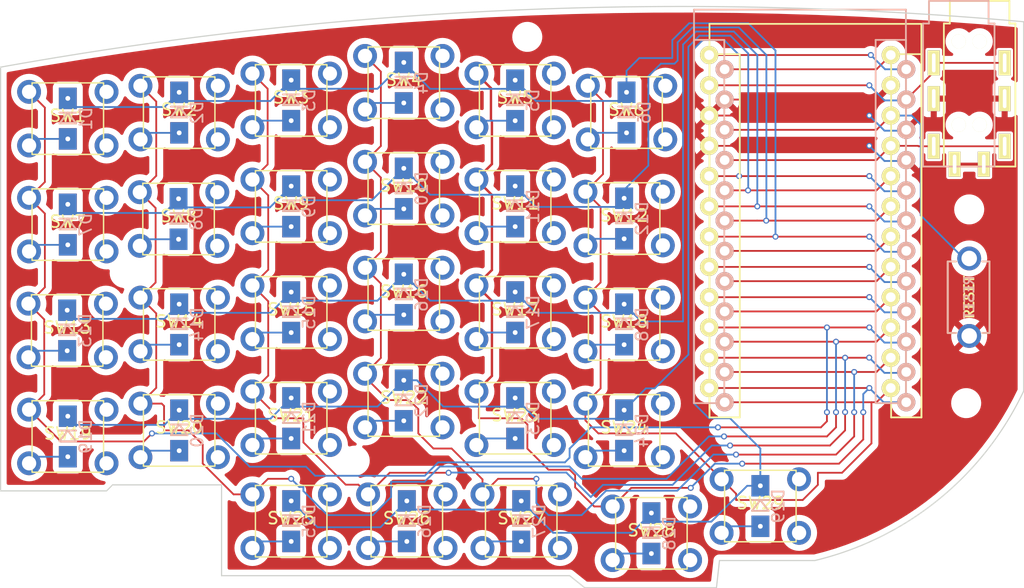
<source format=kicad_pcb>
(kicad_pcb (version 20211014) (generator pcbnew)
  (title_block (title "PocketSplit") (rev "1.0"))
  (layers (0 "F.Cu" signal) (31 "B.Cu" signal) (34 "B.Paste" user) (35 "F.Paste" user) (36 "B.SilkS" user "B.Silkscreen") (37 "F.SilkS" user "F.Silkscreen") (38 "B.Mask" user) (39 "F.Mask" user) (44 "Edge.Cuts" user))
  (net 0 "")
  (net 1 "Net-(D1-Pad2)")
  (net 2 "Net-(D7-Pad2)")
  (net 3 "Net-(D13-Pad2)")
  (net 4 "Net-(D14-Pad2)")
  (net 5 "Net-(D15-Pad2)")
  (net 6 "Net-(D16-Pad2)")
  (net 7 "Net-(D17-Pad2)")
  (net 8 "Net-(D19-Pad2)")
  (net 9 "Net-(D20-Pad2)")
  (net 10 "Net-(D21-Pad2)")
  (net 11 "Net-(D22-Pad2)")
  (net 12 "Net-(D23-Pad2)")
  (net 13 "Net-(D24-Pad2)")
  (net 14 "Net-(D25-Pad2)")
  (net 15 "RST")
  (net 16 "GND")
  (net 17 "5v")
  (net 18 "ROW-L-1")
  (net 19 "ROW-L-2")
  (net 20 "ROW-L-3")
  (net 21 "ROW-L-4")
  (net 22 "ROW-L-5")
  (net 23 "Net-(D2-Pad2)")
  (net 24 "Net-(D3-Pad2)")
  (net 25 "Net-(D4-Pad2)")
  (net 26 "Net-(D5-Pad2)")
  (net 27 "Net-(D6-Pad2)")
  (net 28 "Net-(D8-Pad2)")
  (net 29 "Net-(D9-Pad2)")
  (net 30 "Net-(D10-Pad2)")
  (net 31 "Net-(D11-Pad2)")
  (net 32 "Net-(D12-Pad2)")
  (net 33 "Net-(D18-Pad2)")
  (net 34 "Net-(D26-Pad2)")
  (net 35 "Net-(D27-Pad2)")
  (net 36 "Net-(D28-Pad2)")
  (net 37 "Net-(D29-Pad2)")
  (net 38 "COL-L-1")
  (net 39 "COL-L-2")
  (net 40 "COL-L-3")
  (net 41 "COL-L-4")
  (net 42 "COL-L-5")
  (net 43 "COL-L-6")
  (net 44 "unconnected-(MCU1-Pad24)")
  (net 45 "unconnected-(MCU1-Pad18)")
  (net 46 "unconnected-(MCU1-Pad17)")
  (net 47 "unconnected-(MCU1-Pad16)")
  (net 48 "unconnected-(MCU1-Pad9)")
  (net 49 "unconnected-(MCU1-Pad8)")
  (net 50 "unconnected-(MCU1-Pad1)")
  (net 109 "DATA")
  (net 110 "unconnected-(J1-Pad4)")
  (footprint "Keebio:Switch_THT_6x6x8.5" (layer "F.Cu") (at 78.74 85.594)
    (fp_text reference "SW28")
    (fp_text value "SW_THT_6x6" hide)
  )
  (footprint "Keebio:Switch_THT_6x6x8.5" (layer "F.Cu") (at 48.514 49.268)
    (fp_text reference "SW3")
    (fp_text value "SW_THT_6x6" hide)
  )
  (footprint "MountingHole:MountingHole_2.2mm_M2" (layer "F.Cu") (at 68.326 43.688)
    (fp_text reference "H1" hide)
    (fp_text value "MountingHole" hide)
  )
  (footprint "Keebio:Switch_THT_6x6x8.5" (layer "F.Cu") (at 57.964 56.67)
    (fp_text reference "SW10")
    (fp_text value "SW_THT_6x6" hide)
  )
  (footprint "Keebio:Switch_THT_6x6x8.5" (layer "F.Cu") (at 48.514 75.938)
    (fp_text reference "SW21")
    (fp_text value "SW_THT_6x6" hide)
  )
  (footprint "MountingHole:MountingHole_2.2mm_M2" (layer "F.Cu") (at 34.544 63.5)
    (fp_text reference "H2" hide)
    (fp_text value "MountingHole" hide)
  )
  (footprint "Keebio:Switch_THT_6x6x8.5" (layer "F.Cu") (at 76.454 59.182)
    (fp_text reference "SW12")
    (fp_text value "SW_THT_6x6" hide)
  )
  (footprint "Keebio:Switch_THT_6x6x8.5" (layer "F.Cu") (at 67.31 67.048)
    (fp_text reference "SW17")
    (fp_text value "SW_THT_6x6" hide)
  )
  (footprint "Keebio:Switch_THT_6x6x8.5" (layer "F.Cu") (at 67.31 58.158)
    (fp_text reference "SW11")
    (fp_text value "SW_THT_6x6" hide)
  )
  (footprint "Keebio:Switch_THT_6x6x8.5" (layer "F.Cu") (at 29.718 68.576)
    (fp_text reference "SW13")
    (fp_text value "SW_THT_6x6" hide)
  )
  (footprint "Keebio:Switch_THT_6x6x8.5" (layer "F.Cu") (at 29.77 59.69)
    (fp_text reference "SW7")
    (fp_text value "SW_THT_6x6" hide)
  )
  (footprint "Keebio:Switch_THT_6x6x8.5" (layer "F.Cu") (at 76.454 76.958)
    (fp_text reference "SW24")
    (fp_text value "SW_THT_6x6" hide)
  )
  (footprint "Keebio:Switch_THT_6x6x8.5" (layer "F.Cu") (at 67.818 84.578)
    (fp_text reference "SW27")
    (fp_text value "SW_THT_6x6" hide)
  )
  (footprint "Keebio:Switch_THT_6x6x8.5" (layer "F.Cu") (at 58.218 84.578)
    (fp_text reference "SW26")
    (fp_text value "SW_THT_6x6" hide)
  )
  (footprint "Keebio:Switch_THT_6x6x8.5" (layer "F.Cu") (at 76.656 50.288)
    (fp_text reference "SW6")
    (fp_text value "SW_THT_6x6" hide)
  )
  (footprint "Keebio:Switch_THT_6x6x8.5" (layer "F.Cu") (at 39.116 68.068)
    (fp_text reference "SW14")
    (fp_text value "SW_THT_6x6" hide)
  )
  (footprint "Keebio:Switch_THT_6x6x8.5" (layer "F.Cu") (at 57.964 65.56)
    (fp_text reference "SW16")
    (fp_text value "SW_THT_6x6" hide)
  )
  (footprint "MountingHole:MountingHole_2.2mm_M2" (layer "F.Cu") (at 105.41 58.166)
    (fp_text reference "H5" hide)
    (fp_text value "MountingHole" hide)
  )
  (footprint "Keebio:Switch_THT_6x6x8.5" (layer "F.Cu") (at 57.964 47.784)
    (fp_text reference "SW4")
    (fp_text value "SW_THT_6x6" hide)
  )
  (footprint "l58:ProMicro_rev2" (layer "F.Cu") (at 92.40872 59.982)
    (fp_text reference "MCU1" hide)
    (fp_text value "ProMicro" hide)
  )
  (footprint "MountingHole:MountingHole_2.2mm_M2" (layer "F.Cu") (at 105.156 74.422)
    (fp_text reference "H4" hide)
    (fp_text value "MountingHole" hide)
  )
  (footprint "MountingHole:MountingHole_2.2mm_M2" (layer "F.Cu") (at 53.848 79.248)
    (fp_text reference "H3" hide)
    (fp_text value "MountingHole" hide)
  )
  (footprint "Keebio:Switch_THT_6x6x8.5" (layer "F.Cu") (at 48.514 58.162)
    (fp_text reference "SW9")
    (fp_text value "SW_THT_6x6" hide)
  )
  (footprint "Keebio:Switch_THT_6x6x8.5" (layer "F.Cu") (at 48.514 84.578)
    (fp_text reference "SW25")
    (fp_text value "SW_THT_6x6" hide)
  )
  (footprint "Keebio:Switch_THT_6x6x8.5" (layer "F.Cu") (at 87.884 83.308)
    (fp_text reference "SW29")
    (fp_text value "SW_THT_6x6" hide)
  )
  (footprint "Keebio:Switch_THT_6x6x8.5" (layer "F.Cu") (at 39.116 50.292)
    (fp_text reference "SW2")
    (fp_text value "SW_THT_6x6" hide)
  )
  (footprint "Keebio:Switch_THT_6x6x8.5" (layer "F.Cu") (at 39.116 76.962)
    (fp_text reference "SW20")
    (fp_text value "SW_THT_6x6" hide)
  )
  (footprint "Keebio:Switch_THT_6x6x8.5" (layer "F.Cu") (at 67.31 49.272)
    (fp_text reference "SW5")
    (fp_text value "SW_THT_6x6" hide)
  )
  (footprint "Keebio:Switch_THT_6x6x8.5" (layer "F.Cu") (at 29.77 77.47)
    (fp_text reference "SW19")
    (fp_text value "SW_THT_6x6" hide)
  )
  (footprint "Keebio:Switch_THT_6x6x8.5" (layer "F.Cu") (at 29.77 50.8)
    (fp_text reference "SW1")
    (fp_text value "SW_THT_6x6" hide)
  )
  (footprint "Keebio:Switch_THT_6x6x8.5" (layer "F.Cu") (at 67.31 75.938)
    (fp_text reference "SW23")
    (fp_text value "SW_THT_6x6" hide)
  )
  (footprint "Keebio:Switch_THT_6x6x8.5" (layer "F.Cu") (at 76.454 68.068)
    (fp_text reference "SW18")
    (fp_text value "SW_THT_6x6" hide)
  )
  (footprint "l58:MJ-4PP-9" (layer "F.Cu") (at 106.285 42.5685)
    (fp_text reference "J1" hide)
    (fp_text value "4PIN" hide)
  )
  (footprint "Keebio:Switch_THT_6x6x8.5" (layer "F.Cu") (at 57.964 74.454)
    (fp_text reference "SW22")
    (fp_text value "SW_THT_6x6" hide)
  )
  (footprint "l58:TACT_SWITCH_TVBP06" (layer "F.Cu") (at 105.41 65.532 90)
    (fp_text reference "RST1" hide)
    (fp_text value "SW_Push" hide)
  )
  (footprint "Keebio:Switch_THT_6x6x8.5" (layer "F.Cu") (at 48.514 67.052)
    (fp_text reference "SW15")
    (fp_text value "SW_THT_6x6" hide)
  )
  (footprint "Keebio:Switch_THT_6x6x8.5" (layer "F.Cu") (at 39.064 59.222)
    (fp_text reference "SW8")
    (fp_text value "SW_THT_6x6" hide)
  )
  (footprint "l58:Diode_TH_SOD123_Edited" (layer "B.Cu") (at 87.884 83.058 -90)
    (fp_text reference "D29")
    (fp_text value "D" hide)
  )
  (footprint "l58:Diode_TH_SOD123_Edited" (layer "B.Cu") (at 76.656 50.038 -90)
    (fp_text reference "D6")
    (fp_text value "D" hide)
  )
  (footprint "l58:Diode_TH_SOD123_Edited" (layer "B.Cu") (at 76.454 58.932 -90)
    (fp_text reference "D12")
    (fp_text value "D" hide)
  )
  (footprint "l58:Diode_TH_SOD123_Edited" (layer "B.Cu") (at 48.514 66.802 -90)
    (fp_text reference "D15")
    (fp_text value "D" hide)
  )
  (footprint "l58:Diode_TH_SOD123_Edited" (layer "B.Cu") (at 78.74 85.344 -90)
    (fp_text reference "D28")
    (fp_text value "D" hide)
  )
  (footprint "l58:Diode_TH_SOD123_Edited" (layer "B.Cu") (at 29.77 59.44 -90)
    (fp_text reference "D7")
    (fp_text value "D" hide)
  )
  (footprint "l58:Diode_TH_SOD123_Edited" (layer "B.Cu") (at 76.454 67.818 -90)
    (fp_text reference "D18")
    (fp_text value "D" hide)
  )
  (footprint "l58:Diode_TH_SOD123_Edited" (layer "B.Cu") (at 57.964 56.42 -90)
    (fp_text reference "D10")
    (fp_text value "D" hide)
  )
  (footprint "l58:Diode_TH_SOD123_Edited" (layer "B.Cu") (at 39.116 50.042 -90)
    (fp_text reference "D2")
    (fp_text value "D" hide)
  )
  (footprint "l58:Diode_TH_SOD123_Edited" (layer "B.Cu") (at 48.514 49.018 -90)
    (fp_text reference "D3")
    (fp_text value "D" hide)
  )
  (footprint "l58:Diode_TH_SOD123_Edited" (layer "B.Cu") (at 29.77 77.22 -90)
    (fp_text reference "D19")
    (fp_text value "D" hide)
  )
  (footprint "l58:Diode_TH_SOD123_Edited" (layer "B.Cu") (at 58.218 84.328 -90)
    (fp_text reference "D26")
    (fp_text value "D" hide)
  )
  (footprint "l58:Diode_TH_SOD123_Edited" (layer "B.Cu") (at 67.818 84.328 -90)
    (fp_text reference "D27")
    (fp_text value "D" hide)
  )
  (footprint "l58:Diode_TH_SOD123_Edited" (layer "B.Cu") (at 57.964 74.204 -90)
    (fp_text reference "D22")
    (fp_text value "D" hide)
  )
  (footprint "l58:Diode_TH_SOD123_Edited" (layer "B.Cu") (at 48.514 57.912 -90)
    (fp_text reference "D9")
    (fp_text value "D" hide)
  )
  (footprint "l58:Diode_TH_SOD123_Edited" (layer "B.Cu") (at 29.718 68.326 -90)
    (fp_text reference "D13")
    (fp_text value "D" hide)
  )
  (footprint "l58:Diode_TH_SOD123_Edited" (layer "B.Cu") (at 76.454 76.708 -90)
    (fp_text reference "D24")
    (fp_text value "D" hide)
  )
  (footprint "l58:Diode_TH_SOD123_Edited" (layer "B.Cu") (at 57.964 65.31 -90)
    (fp_text reference "D16")
    (fp_text value "D" hide)
  )
  (footprint "l58:Diode_TH_SOD123_Edited" (layer "B.Cu") (at 48.514 75.688 -90)
    (fp_text reference "D21")
    (fp_text value "D" hide)
  )
  (footprint "l58:Diode_TH_SOD123_Edited" (layer "B.Cu") (at 67.31 75.688 -90)
    (fp_text reference "D23")
    (fp_text value "D" hide)
  )
  (footprint "l58:Diode_TH_SOD123_Edited" (layer "B.Cu") (at 67.31 66.798 -90)
    (fp_text reference "D17")
    (fp_text value "D" hide)
  )
  (footprint "l58:Diode_TH_SOD123_Edited" (layer "B.Cu") (at 67.31 57.908 -90)
    (fp_text reference "D11")
    (fp_text value "D" hide)
  )
  (footprint "l58:Diode_TH_SOD123_Edited" (layer "B.Cu") (at 39.116 76.712 -90)
    (fp_text reference "D20")
    (fp_text value "D" hide)
  )
  (footprint "l58:Diode_TH_SOD123_Edited" (layer "B.Cu") (at 39.064 58.972 -90)
    (fp_text reference "D8")
    (fp_text value "D" hide)
  )
  (footprint "l58:Diode_TH_SOD123_Edited" (layer "B.Cu") (at 67.31 49.022 -90)
    (fp_text reference "D5")
    (fp_text value "D" hide)
  )
  (footprint "l58:Diode_TH_SOD123_Edited" (layer "B.Cu") (at 29.77 50.55 -90)
    (fp_text reference "D1")
    (fp_text value "D" hide)
  )
  (footprint "l58:Diode_TH_SOD123_Edited" (layer "B.Cu") (at 57.964 47.534 -90)
    (fp_text reference "D4")
    (fp_text value "D" hide)
  )
  (footprint "l58:Diode_TH_SOD123_Edited" (layer "B.Cu") (at 39.116 67.818 -90)
    (fp_text reference "D14")
    (fp_text value "D" hide)
  )
  (footprint "l58:Diode_TH_SOD123_Edited" (layer "B.Cu") (at 48.514 84.328 -90)
    (fp_text reference "D25")
    (fp_text value "D" hide)
  )
  (gr_line (start 84.455 87.63) (end 92.456 87.63) (layer "Edge.Cuts") (width 0.1))
  (gr_line (start 71.882 88.9) (end 73.152 89.916) (layer "Edge.Cuts") (width 0.1))
  (gr_line (start 73.152 89.916) (end 84.201 89.916) (layer "Edge.Cuts") (width 0.1))
  (gr_line (start 42.672 88.9) (end 71.882 88.9) (layer "Edge.Cuts") (width 0.1))
  (gr_line (start 33.528 81.28) (end 33.02 81.788) (layer "Edge.Cuts") (width 0.1))
  (gr_line (start 42.672 81.28) (end 33.528 81.28) (layer "Edge.Cuts") (width 0.1))
  (gr_line (start 84.201 89.916) (end 84.455 87.63) (layer "Edge.Cuts") (width 0.1))
  (gr_line (start 109.982 42.418) (end 109.982 73.406) (layer "Edge.Cuts") (width 0.1))
  (gr_line (start 24.13 81.788) (end 24.13 46.228) (layer "Edge.Cuts") (width 0.1))
  (gr_arc (start 24.13 46.228) (mid 66.928713 41.454796) (end 109.982 42.418) (layer "Edge.Cuts") (width 0.1))
  (gr_line (start 42.672 81.28) (end 42.672 88.9) (layer "Edge.Cuts") (width 0.1))
  (gr_arc (start 109.982 73.406) (mid 102.836849 82.511421) (end 92.456 87.63) (layer "Edge.Cuts") (width 0.1))
  (gr_line (start 33.02 81.788) (end 24.13 81.788) (layer "Edge.Cuts") (width 0.1))
  (segment (start 29.77 52.25) (end 27.07 52.25) (width 0.15) (layer "B.Cu") (net 1))
  (segment (start 27.07 52.25) (end 26.52 52.8) (width 0.15) (layer "B.Cu") (net 1))
  (segment (start 29.77 61.14) (end 27.07 61.14) (width 0.15) (layer "B.Cu") (net 2))
  (segment (start 27.07 61.14) (end 26.52 61.69) (width 0.15) (layer "B.Cu") (net 2))
  (segment (start 27.018 70.026) (end 26.468 70.576) (width 0.15) (layer "B.Cu") (net 3))
  (segment (start 29.718 70.026) (end 27.018 70.026) (width 0.15) (layer "B.Cu") (net 3))
  (segment (start 36.416 69.518) (end 35.866 70.068) (width 0.15) (layer "B.Cu") (net 4))
  (segment (start 39.116 69.518) (end 36.416 69.518) (width 0.15) (layer "B.Cu") (net 4))
  (segment (start 48.514 68.502) (end 45.814 68.502) (width 0.15) (layer "B.Cu") (net 5))
  (segment (start 45.814 68.502) (end 45.264 69.052) (width 0.15) (layer "B.Cu") (net 5))
  (segment (start 55.264 67.01) (end 54.714 67.56) (width 0.15) (layer "B.Cu") (net 6))
  (segment (start 57.964 67.01) (end 55.264 67.01) (width 0.15) (layer "B.Cu") (net 6))
  (segment (start 67.31 68.498) (end 64.61 68.498) (width 0.15) (layer "B.Cu") (net 7))
  (segment (start 64.61 68.498) (end 64.06 69.048) (width 0.15) (layer "B.Cu") (net 7))
  (segment (start 29.77 78.92) (end 27.07 78.92) (width 0.15) (layer "B.Cu") (net 8))
  (segment (start 27.07 78.92) (end 26.52 79.47) (width 0.15) (layer "B.Cu") (net 8))
  (segment (start 36.416 78.412) (end 35.866 78.962) (width 0.15) (layer "B.Cu") (net 9))
  (segment (start 39.116 78.412) (end 36.416 78.412) (width 0.15) (layer "B.Cu") (net 9))
  (segment (start 48.514 77.388) (end 45.814 77.388) (width 0.15) (layer "B.Cu") (net 10))
  (segment (start 45.814 77.388) (end 45.264 77.938) (width 0.15) (layer "B.Cu") (net 10))
  (segment (start 57.964 75.904) (end 55.264 75.904) (width 0.15) (layer "B.Cu") (net 11))
  (segment (start 55.264 75.904) (end 54.714 76.454) (width 0.15) (layer "B.Cu") (net 11))
  (segment (start 67.31 77.388) (end 64.61 77.388) (width 0.15) (layer "B.Cu") (net 12))
  (segment (start 64.61 77.388) (end 64.06 77.938) (width 0.15) (layer "B.Cu") (net 12))
  (segment (start 76.454 78.408) (end 73.754 78.408) (width 0.15) (layer "B.Cu") (net 13))
  (segment (start 73.754 78.408) (end 73.204 78.958) (width 0.15) (layer "B.Cu") (net 13))
  (segment (start 45.814 86.028) (end 45.264 86.578) (width 0.15) (layer "B.Cu") (net 14))
  (segment (start 48.514 86.028) (end 45.814 86.028) (width 0.15) (layer "B.Cu") (net 14))
  (segment (start 97.632975 51.487745) (end 98.82872 50.292) (width 0.15) (layer "F.Cu") (net 15))
  (segment (start 84.887535 51.487745) (end 97.632975 51.487745) (width 0.15) (layer "F.Cu") (net 15))
  (segment (start 100.584 50.292) (end 101.346 51.054) (width 0.15) (layer "B.Cu") (net 15))
  (segment (start 98.82872 50.292) (end 100.584 50.292) (width 0.15) (layer "B.Cu") (net 15))
  (segment (start 101.346 58.674) (end 104.954 62.282) (width 0.15) (layer "B.Cu") (net 15))
  (segment (start 104.954 62.282) (end 105.41 62.282) (width 0.15) (layer "B.Cu") (net 15))
  (segment (start 101.346 51.054) (end 101.346 58.674) (width 0.15) (layer "B.Cu") (net 15))
  (segment (start 97.020208 52.832) (end 83.58872 52.832) (width 0.15) (layer "F.Cu") (net 16))
  (segment (start 97.027999 50.2893) (end 97.025299 50.292) (width 0.15) (layer "F.Cu") (net 16))
  (segment (start 84.887535 48.947745) (end 97.632975 48.947745) (width 0.15) (layer "F.Cu") (net 16))
  (segment (start 97.025319 52.826889) (end 97.020208 52.832) (width 0.15) (layer "F.Cu") (net 16))
  (segment (start 97.632975 48.947745) (end 98.82872 47.752) (width 0.15) (layer "F.Cu") (net 16))
  (segment (start 97.025299 50.292) (end 83.58872 50.292) (width 0.15) (layer "F.Cu") (net 16))
  (via (at 97.027999 50.2893) (size 0.5) (drill 0.3) (layers "F.Cu" "B.Cu") (net 16))
  (via (at 97.025319 52.826889) (size 0.5) (drill 0.3) (layers "F.Cu" "B.Cu") (net 16))
  (segment (start 100.07479 51.562) (end 98.300699 51.562) (width 0.15) (layer "B.Cu") (net 16))
  (segment (start 98.30043 54.102) (end 97.025319 52.826889) (width 0.15) (layer "B.Cu") (net 16))
  (segment (start 98.300699 51.562) (end 97.027999 50.2893) (width 0.15) (layer "B.Cu") (net 16))
  (segment (start 100.07479 54.102) (end 98.30043 54.102) (width 0.15) (layer "B.Cu") (net 16))
  (segment (start 101.1285 52.832) (end 98.82872 52.832) (width 0.15) (layer "F.Cu") (net 17))
  (segment (start 101.165 52.8685) (end 108.385 52.8685) (width 0.15) (layer "F.Cu") (net 17))
  (segment (start 84.887535 54.027745) (end 97.632975 54.027745) (width 0.15) (layer "F.Cu") (net 17))
  (segment (start 97.632975 54.027745) (end 98.82872 52.832) (width 0.15) (layer "F.Cu") (net 17))
  (segment (start 101.1285 52.832) (end 101.165 52.8685) (width 0.15) (layer "F.Cu") (net 17))
  (segment (start 83.58872 60.452) (end 97.028 60.452) (width 0.15) (layer "F.Cu") (net 18))
  (via (at 97.028 60.452) (size 0.5) (drill 0.3) (layers "F.Cu" "B.Cu") (net 18))
  (via (at 89.154 60.452) (size 0.5) (drill 0.3) (layers "F.Cu" "B.Cu") (net 18))
  (segment (start 81.912416 42.542) (end 86.866396 42.542) (width 0.15) (layer "B.Cu") (net 18))
  (segment (start 48.514 47.318) (end 46.765 49.067) (width 0.15) (layer "B.Cu") (net 18))
  (segment (start 100.07479 61.722) (end 98.298 61.722) (width 0.15) (layer "B.Cu") (net 18))
  (segment (start 89.154717 45.212) (end 89.154717 60.451283) (width 0.15) (layer "B.Cu") (net 18))
  (segment (start 75.931 49.063) (end 69.051 49.063) (width 0.15) (layer "B.Cu") (net 18))
  (segment (start 66.585 48.047) (end 60.177 48.047) (width 0.15) (layer "B.Cu") (net 18))
  (segment (start 55.755 48.043) (end 49.239 48.043) (width 0.15) (layer "B.Cu") (net 18))
  (segment (start 60.177 48.047) (end 57.964 45.834) (width 0.15) (layer "B.Cu") (net 18))
  (segment (start 69.051 49.063) (end 67.31 47.322) (width 0.15) (layer "B.Cu") (net 18))
  (segment (start 80.496 45.466) (end 80.496 43.958416) (width 0.15) (layer "B.Cu") (net 18))
  (segment (start 49.239 48.043) (end 48.514 47.318) (width 0.15) (layer "B.Cu") (net 18))
  (segment (start 46.765 49.067) (end 39.841 49.067) (width 0.15) (layer "B.Cu") (net 18))
  (segment (start 30.495 49.575) (end 29.77 48.85) (width 0.15) (layer "B.Cu") (net 18))
  (segment (start 67.31 47.322) (end 66.585 48.047) (width 0.15) (layer "B.Cu") (net 18))
  (segment (start 39.116 48.342) (end 37.883 49.575) (width 0.15) (layer "B.Cu") (net 18))
  (segment (start 86.866396 42.542) (end 89.154 44.829604) (width 0.15) (layer "B.Cu") (net 18))
  (segment (start 76.656 48.338) (end 75.931 49.063) (width 0.15) (layer "B.Cu") (net 18))
  (segment (start 89.154 44.829604) (end 89.154 45.212) (width 0.15) (layer "B.Cu") (net 18))
  (segment (start 76.656 46.534) (end 77.724 45.466) (width 0.15) (layer "B.Cu") (net 18))
  (segment (start 77.724 45.466) (end 80.474 45.466) (width 0.15) (layer "B.Cu") (net 18))
  (segment (start 98.298 61.722) (end 97.028 60.452) (width 0.15) (layer "B.Cu") (net 18))
  (segment (start 76.656 48.338) (end 76.656 46.534) (width 0.15) (layer "B.Cu") (net 18))
  (segment (start 37.883 49.575) (end 30.495 49.575) (width 0.15) (layer "B.Cu") (net 18))
  (segment (start 57.964 45.834) (end 55.755 48.043) (width 0.15) (layer "B.Cu") (net 18))
  (segment (start 39.841 49.067) (end 39.116 48.342) (width 0.15) (layer "B.Cu") (net 18))
  (segment (start 80.496 43.958416) (end 81.912416 42.542) (width 0.15) (layer "B.Cu") (net 18))
  (segment (start 97.632975 59.107745) (end 98.82872 57.912) (width 0.15) (layer "F.Cu") (net 19))
  (segment (start 87.6135 59.107745) (end 97.632975 59.107745) (width 0.15) (layer "F.Cu") (net 19))
  (segment (start 87.6135 59.107745) (end 84.887535 59.107745) (width 0.15) (layer "F.Cu") (net 19))
  (via (at 88.376217 59.107745) (size 0.5) (drill 0.3) (layers "F.Cu" "B.Cu") (net 19))
  (segment (start 80.682396 45.938) (end 80.946 45.674396) (width 0.15) (layer "B.Cu") (net 19))
  (segment (start 86.072 42.892) (end 88.392 45.212) (width 0.15) (layer "B.Cu") (net 19))
  (segment (start 55.289 57.395) (end 57.964 54.72) (width 0.15) (layer "B.Cu") (net 19))
  (segment (start 66.585 56.933) (end 67.31 56.208) (width 0.15) (layer "B.Cu") (net 19))
  (segment (start 79.538 45.938) (end 80.682396 45.938) (width 0.15) (layer "B.Cu") (net 19))
  (segment (start 69.059 57.957) (end 75.729 57.957) (width 0.15) (layer "B.Cu") (net 19))
  (segment (start 39.789 57.997) (end 46.729 57.997) (width 0.15) (layer "B.Cu") (net 19))
  (segment (start 75.729 57.957) (end 76.454 57.232) (width 0.15) (layer "B.Cu") (net 19))
  (segment (start 49.697 57.395) (end 55.289 57.395) (width 0.15) (layer "B.Cu") (net 19))
  (segment (start 29.77 57.74) (end 30.495 58.465) (width 0.15) (layer "B.Cu") (net 19))
  (segment (start 82.198812 42.892) (end 86.072 42.892) (width 0.15) (layer "B.Cu") (net 19))
  (segment (start 46.729 57.997) (end 48.514 56.212) (width 0.15) (layer "B.Cu") (net 19))
  (segment (start 76.454 57.232) (end 76.454 56.52) (width 0.15) (layer "B.Cu") (net 19))
  (segment (start 78.486 46.99) (end 79.538 45.938) (width 0.15) (layer "B.Cu") (net 19))
  (segment (start 60.177 56.933) (end 66.585 56.933) (width 0.15) (layer "B.Cu") (net 19))
  (segment (start 39.064 57.272) (end 39.789 57.997) (width 0.15) (layer "B.Cu") (net 19))
  (segment (start 80.946 44.144812) (end 82.198812 42.892) (width 0.15) (layer "B.Cu") (net 19))
  (segment (start 78.486 54.488) (end 78.486 46.99) (width 0.15) (layer "B.Cu") (net 19))
  (segment (start 57.964 54.72) (end 60.177 56.933) (width 0.15) (layer "B.Cu") (net 19))
  (segment (start 80.946 45.674396) (end 80.946 44.144812) (width 0.15) (layer "B.Cu") (net 19))
  (segment (start 88.392 59.091962) (end 88.376217 59.107745) (width 0.15) (layer "B.Cu") (net 19))
  (segment (start 67.31 56.208) (end 69.059 57.957) (width 0.15) (layer "B.Cu") (net 19))
  (segment (start 37.871 58.465) (end 39.064 57.272) (width 0.15) (layer "B.Cu") (net 19))
  (segment (start 88.392 45.212) (end 88.392 59.091962) (width 0.15) (layer "B.Cu") (net 19))
  (segment (start 48.514 56.212) (end 49.697 57.395) (width 0.15) (layer "B.Cu") (net 19))
  (segment (start 30.495 58.465) (end 37.871 58.465) (width 0.15) (layer "B.Cu") (net 19))
  (segment (start 76.454 56.52) (end 78.486 54.488) (width 0.15) (layer "B.Cu") (net 19))
  (segment (start 97.028 57.912) (end 83.58872 57.912) (width 0.15) (layer "F.Cu") (net 20))
  (via (at 97.028 57.912) (size 0.5) (drill 0.3) (layers "F.Cu" "B.Cu") (net 20))
  (via (at 87.63 57.912) (size 0.5) (drill 0.3) (layers "F.Cu" "B.Cu") (net 20))
  (segment (start 81.396 67.564) (end 81.396 44.331208) (width 0.15) (layer "B.Cu") (net 20))
  (segment (start 100.07479 59.182) (end 98.298 59.182) (width 0.15) (layer "B.Cu") (net 20))
  (segment (start 66.585 65.823) (end 67.31 65.098) (width 0.15) (layer "B.Cu") (net 20))
  (segment (start 75.729 66.843) (end 76.454 66.118) (width 0.15) (layer "B.Cu") (net 20))
  (segment (start 98.298 59.182) (end 97.028 57.912) (width 0.15) (layer "B.Cu") (net 20))
  (segment (start 46.773 66.843) (end 48.514 65.102) (width 0.15) (layer "B.Cu") (net 20))
  (segment (start 69.055 66.843) (end 75.729 66.843) (width 0.15) (layer "B.Cu") (net 20))
  (segment (start 81.396 44.331208) (end 82.485208 43.242) (width 0.15) (layer "B.Cu") (net 20))
  (segment (start 77.9 67.564) (end 81.396 67.564) (width 0.15) (layer "B.Cu") (net 20))
  (segment (start 76.454 66.118) (end 77.9 67.564) (width 0.15) (layer "B.Cu") (net 20))
  (segment (start 67.31 65.098) (end 69.055 66.843) (width 0.15) (layer "B.Cu") (net 20))
  (segment (start 55.747 65.827) (end 57.964 63.61) (width 0.15) (layer "B.Cu") (net 20))
  (segment (start 37.883 67.351) (end 39.116 66.118) (width 0.15) (layer "B.Cu") (net 20))
  (segment (start 30.443 67.351) (end 37.883 67.351) (width 0.15) (layer "B.Cu") (net 20))
  (segment (start 82.485208 43.242) (end 85.66 43.242) (width 0.15) (layer "B.Cu") (net 20))
  (segment (start 85.66 43.242) (end 87.63 45.212) (width 0.15) (layer "B.Cu") (net 20))
  (segment (start 39.116 66.118) (end 39.841 66.843) (width 0.15) (layer "B.Cu") (net 20))
  (segment (start 48.514 65.102) (end 49.239 65.827) (width 0.15) (layer "B.Cu") (net 20))
  (segment (start 57.964 63.61) (end 60.177 65.823) (width 0.15) (layer "B.Cu") (net 20))
  (segment (start 49.239 65.827) (end 55.747 65.827) (width 0.15) (layer "B.Cu") (net 20))
  (segment (start 39.841 66.843) (end 46.773 66.843) (width 0.15) (layer "B.Cu") (net 20))
  (segment (start 87.63 57.912) (end 87.63 45.209925) (width 0.15) (layer "B.Cu") (net 20))
  (segment (start 29.718 66.626) (end 30.443 67.351) (width 0.15) (layer "B.Cu") (net 20))
  (segment (start 60.177 65.823) (end 66.585 65.823) (width 0.15) (layer "B.Cu") (net 20))
  (segment (start 97.632975 56.567745) (end 98.82872 55.372) (width 0.15) (layer "F.Cu") (net 21))
  (segment (start 84.887535 56.567745) (end 97.632975 56.567745) (width 0.15) (layer "F.Cu") (net 21))
  (via (at 86.8515 56.567745) (size 0.5) (drill 0.3) (layers "F.Cu" "B.Cu") (net 21))
  (segment (start 39.116 75.012) (end 39.841 75.737) (width 0.15) (layer "B.Cu") (net 21))
  (segment (start 46.765 75.737) (end 48.514 73.988) (width 0.15) (layer "B.Cu") (net 21))
  (segment (start 57.964 72.504) (end 59.067123 72.504) (width 0.15) (layer "B.Cu") (net 21))
  (segment (start 59.067123 72.504) (end 61.276123 74.713) (width 0.15) (layer "B.Cu") (net 21))
  (segment (start 82.771604 43.592) (end 85.376396 43.592) (width 0.15) (layer "B.Cu") (net 21))
  (segment (start 39.841 75.737) (end 46.765 75.737) (width 0.15) (layer "B.Cu") (net 21))
  (segment (start 75.729 75.733) (end 76.454 75.008) (width 0.15) (layer "B.Cu") (net 21))
  (segment (start 81.846 44.517604) (end 82.771604 43.592) (width 0.15) (layer "B.Cu") (net 21))
  (segment (start 49.239 74.713) (end 55.755 74.713) (width 0.15) (layer "B.Cu") (net 21))
  (segment (start 81.846 70.354) (end 81.846 44.517604) (width 0.15) (layer "B.Cu") (net 21))
  (segment (start 67.31 73.988) (end 69.055 75.733) (width 0.15) (layer "B.Cu") (net 21))
  (segment (start 85.376396 43.592) (end 86.868 45.083604) (width 0.15) (layer "B.Cu") (net 21))
  (segment (start 48.514 73.988) (end 49.239 74.713) (width 0.15) (layer "B.Cu") (net 21))
  (segment (start 37.883 76.245) (end 39.116 75.012) (width 0.15) (layer "B.Cu") (net 21))
  (segment (start 29.77 75.52) (end 30.495 76.245) (width 0.15) (layer "B.Cu") (net 21))
  (segment (start 66.585 74.713) (end 67.31 73.988) (width 0.15) (layer "B.Cu") (net 21))
  (segment (start 79.017 73.183) (end 81.846 70.354) (width 0.15) (layer "B.Cu") (net 21))
  (segment (start 61.276123 74.713) (end 66.585 74.713) (width 0.15) (layer "B.Cu") (net 21))
  (segment (start 69.055 75.733) (end 75.729 75.733) (width 0.15) (layer "B.Cu") (net 21))
  (segment (start 55.755 74.713) (end 57.964 72.504) (width 0.15) (layer "B.Cu") (net 21))
  (segment (start 30.495 76.245) (end 37.883 76.245) (width 0.15) (layer "B.Cu") (net 21))
  (segment (start 76.454 75.008) (end 78.279 73.183) (width 0.15) (layer "B.Cu") (net 21))
  (segment (start 86.868 45.083604) (end 86.868 56.551245) (width 0.15) (layer "B.Cu") (net 21))
  (segment (start 78.279 73.183) (end 79.017 73.183) (width 0.15) (layer "B.Cu") (net 21))
  (segment (start 97.028 55.372) (end 83.58872 55.372) (width 0.15) (layer "F.Cu") (net 22))
  (via (at 97.028 55.372) (size 0.5) (drill 0.3) (layers "F.Cu" "B.Cu") (net 22))
  (via (at 86.106 55.372) (size 0.5) (drill 0.3) (layers "F.Cu" "B.Cu") (net 22))
  (segment (start 83.058 43.942) (end 82.296 44.704) (width 0.15) (layer "B.Cu") (net 22))
  (segment (start 82.296 44.704) (end 82.296 74.422) (width 0.15) (layer "B.Cu") (net 22))
  (segment (start 82.296 74.422) (end 83.566 75.692) (width 0.15) (layer "B.Cu") (net 22))
  (segment (start 70.493 85.303) (end 77.081 85.303) (width 0.15) (layer "B.Cu") (net 22))
  (segment (start 86.164 55.314) (end 86.164 45.27) (width 0.15) (layer "B.Cu") (net 22))
  (segment (start 100.07479 56.642) (end 98.298 56.642) (width 0.15) (layer "B.Cu") (net 22))
  (segment (start 86.106 55.372) (end 86.164 55.314) (width 0.15) (layer "B.Cu") (net 22))
  (segment (start 86.164 45.27) (end 84.836 43.942) (width 0.15) (layer "B.Cu") (net 22))
  (segment (start 84.836 43.942) (end 83.058 43.942) (width 0.15) (layer "B.Cu") (net 22))
  (segment (start 83.769877 84.369) (end 86.780877 81.358) (width 0.15) (layer "B.Cu") (net 22))
  (segment (start 86.780877 81.358) (end 87.884 81.358) (width 0.15) (layer "B.Cu") (net 22))
  (segment (start 87.884 78.232) (end 87.884 81.358) (width 0.15) (layer "B.Cu") (net 22))
  (segment (start 67.093 83.353) (end 67.818 82.628) (width 0.15) (layer "B.Cu") (net 22))
  (segment (start 58.943 83.353) (end 67.093 83.353) (width 0.15) (layer "B.Cu") (net 22))
  (segment (start 48.514 82.628) (end 50.722 84.836) (width 0.15) (layer "B.Cu") (net 22))
  (segment (start 58.218 82.628) (end 58.943 83.353) (width 0.15) (layer "B.Cu") (net 22))
  (segment (start 83.566 75.692) (end 85.344 75.692) (width 0.15) (layer "B.Cu") (net 22))
  (segment (start 56.01 84.836) (end 58.218 82.628) (width 0.15) (layer "B.Cu") (net 22))
  (segment (start 78.74 83.644) (end 79.465 84.369) (width 0.15) (layer "B.Cu") (net 22))
  (segment (start 98.298 56.642) (end 97.028 55.372) (width 0.15) (layer "B.Cu") (net 22))
  (segment (start 85.344 75.692) (end 87.884 78.232) (width 0.15) (layer "B.Cu") (net 22))
  (segment (start 67.818 82.628) (end 70.493 85.303) (width 0.15) (layer "B.Cu") (net 22))
  (segment (start 79.465 84.369) (end 83.769877 84.369) (width 0.15) (layer "B.Cu") (net 22))
  (segment (start 50.722 84.836) (end 56.01 84.836) (width 0.15) (layer "B.Cu") (net 22))
  (segment (start 77.081 85.303) (end 78.74 83.644) (width 0.15) (layer "B.Cu") (net 22))
  (segment (start 39.116 51.742) (end 36.416 51.742) (width 0.15) (layer "B.Cu") (net 23))
  (segment (start 36.416 51.742) (end 35.866 52.292) (width 0.15) (layer "B.Cu") (net 23))
  (segment (start 48.514 50.718) (end 45.814 50.718) (width 0.15) (layer "B.Cu") (net 24))
  (segment (start 45.814 50.718) (end 45.264 51.268) (width 0.15) (layer "B.Cu") (net 24))
  (segment (start 55.264 49.234) (end 54.714 49.784) (width 0.15) (layer "B.Cu") (net 25))
  (segment (start 57.964 49.234) (end 55.264 49.234) (width 0.15) (layer "B.Cu") (net 25))
  (segment (start 67.31 50.722) (end 64.61 50.722) (width 0.15) (layer "B.Cu") (net 26))
  (segment (start 64.61 50.722) (end 64.06 51.272) (width 0.15) (layer "B.Cu") (net 26))
  (segment (start 76.656 51.738) (end 73.956 51.738) (width 0.15) (layer "B.Cu") (net 27))
  (segment (start 73.956 51.738) (end 73.406 52.288) (width 0.15) (layer "B.Cu") (net 27))
  (segment (start 39.064 60.672) (end 36.364 60.672) (width 0.15) (layer "B.Cu") (net 28))
  (segment (start 36.364 60.672) (end 35.814 61.222) (width 0.15) (layer "B.Cu") (net 28))
  (segment (start 48.514 59.612) (end 45.814 59.612) (width 0.15) (layer "B.Cu") (net 29))
  (segment (start 45.814 59.612) (end 45.264 60.162) (width 0.15) (layer "B.Cu") (net 29))
  (segment (start 57.964 58.12) (end 55.264 58.12) (width 0.15) (layer "B.Cu") (net 30))
  (segment (start 55.264 58.12) (end 54.714 58.67) (width 0.15) (layer "B.Cu") (net 30))
  (segment (start 67.31 59.608) (end 64.61 59.608) (width 0.15) (layer "B.Cu") (net 31))
  (segment (start 64.61 59.608) (end 64.06 60.158) (width 0.15) (layer "B.Cu") (net 31))
  (segment (start 76.454 60.632) (end 73.754 60.632) (width 0.15) (layer "B.Cu") (net 32))
  (segment (start 73.754 60.632) (end 73.204 61.182) (width 0.15) (layer "B.Cu") (net 32))
  (segment (start 76.454 69.518) (end 73.754 69.518) (width 0.15) (layer "B.Cu") (net 33))
  (segment (start 73.754 69.518) (end 73.204 70.068) (width 0.15) (layer "B.Cu") (net 33))
  (segment (start 55.518 86.028) (end 54.968 86.578) (width 0.15) (layer "B.Cu") (net 34))
  (segment (start 58.218 86.028) (end 55.518 86.028) (width 0.15) (layer "B.Cu") (net 34))
  (segment (start 67.818 86.028) (end 65.118 86.028) (width 0.15) (layer "B.Cu") (net 35))
  (segment (start 65.118 86.028) (end 64.568 86.578) (width 0.15) (layer "B.Cu") (net 35))
  (segment (start 76.04 87.044) (end 75.49 87.594) (width 0.15) (layer "B.Cu") (net 36))
  (segment (start 78.74 87.044) (end 76.04 87.044) (width 0.15) (layer "B.Cu") (net 36))
  (segment (start 85.184 84.758) (end 84.634 85.308) (width 0.15) (layer "B.Cu") (net 37))
  (segment (start 87.884 84.758) (end 85.184 84.758) (width 0.15) (layer "B.Cu") (net 37))
  (segment (start 27.845 58.515) (end 27.845 64.699) (width 0.15) (layer "F.Cu") (net 38))
  (segment (start 26.52 48.3) (end 27.845 49.625) (width 0.15) (layer "F.Cu") (net 38))
  (segment (start 26.52 57.19) (end 27.845 58.515) (width 0.15) (layer "F.Cu") (net 38))
  (segment (start 27.845 49.625) (end 27.845 55.865) (width 0.15) (layer "F.Cu") (net 38))
  (segment (start 84.328 76.454) (end 92.964 76.454) (width 0.15) (layer "F.Cu") (net 38))
  (segment (start 27.793 73.697) (end 26.52 74.97) (width 0.15) (layer "F.Cu") (net 38))
  (segment (start 26.52 74.97) (end 29.187 77.637) (width 0.15) (layer "F.Cu") (net 38))
  (segment (start 27.845 55.865) (end 26.52 57.19) (width 0.15) (layer "F.Cu") (net 38))
  (segment (start 97.028 68.072) (end 83.58872 68.072) (width 0.15) (layer "F.Cu") (net 38))
  (segment (start 27.793 67.401) (end 27.793 73.697) (width 0.15) (layer "F.Cu") (net 38))
  (segment (start 93.472 75.946) (end 93.472 75.184) (width 0.15) (layer "F.Cu") (net 38))
  (segment (start 27.845 64.699) (end 26.468 66.076) (width 0.15) (layer "F.Cu") (net 38))
  (segment (start 36.155 77.637) (end 36.83 76.962) (width 0.15) (layer "F.Cu") (net 38))
  (segment (start 92.964 76.454) (end 93.472 75.946) (width 0.15) (layer "F.Cu") (net 38))
  (segment (start 26.468 66.076) (end 27.793 67.401) (width 0.15) (layer "F.Cu") (net 38))
  (segment (start 29.187 77.637) (end 36.155 77.637) (width 0.15) (layer "F.Cu") (net 38))
  (via (at 84.328 76.454) (size 0.5) (drill 0.3) (layers "F.Cu" "B.Cu") (net 38))
  (via (at 97.028 68.072) (size 0.5) (drill 0.3) (layers "F.Cu" "B.Cu") (net 38))
  (via (at 93.472 68.072) (size 0.5) (drill 0.3) (layers "F.Cu" "B.Cu") (net 38))
  (via (at 36.83 76.962) (size 0.5) (drill 0.3) (layers "F.Cu" "B.Cu") (net 38))
  (via (at 93.472 75.184) (size 0.5) (drill 0.3) (layers "F.Cu" "B.Cu") (net 38))
  (segment (start 45.033833 79.756) (end 49.764463 79.756) (width 0.15) (layer "B.Cu") (net 38))
  (segment (start 50.526463 80.518) (end 59.718 80.518) (width 0.15) (layer "B.Cu") (net 38))
  (segment (start 71.879 78.997) (end 71.879 78.235) (width 0.15) (layer "B.Cu") (net 38))
  (segment (start 60.847 79.389) (end 71.487 79.389) (width 0.15) (layer "B.Cu") (net 38))
  (segment (start 73.66 76.454) (end 84.328 76.454) (width 0.15) (layer "B.Cu") (net 38))
  (segment (start 49.764463 79.756) (end 50.526463 80.518) (width 0.15) (layer "B.Cu") (net 38))
  (segment (start 36.83 76.962) (end 42.239833 76.962) (width 0.15) (layer "B.Cu") (net 38))
  (segment (start 93.472 68.072) (end 93.472 75.184) (width 0.15) (layer "B.Cu") (net 38))
  (segment (start 71.487 79.389) (end 71.879 78.997) (width 0.15) (layer "B.Cu") (net 38))
  (segment (start 59.718 80.518) (end 60.847 79.389) (width 0.15) (layer "B.Cu") (net 38))
  (segment (start 98.298 69.342) (end 97.028 68.072) (width 0.15) (layer "B.Cu") (net 38))
  (segment (start 71.879 78.235) (end 73.66 76.454) (width 0.15) (layer "B.Cu") (net 38))
  (segment (start 100.07479 69.342) (end 98.298 69.342) (width 0.15) (layer "B.Cu") (net 38))
  (segment (start 42.239833 76.962) (end 45.033833 79.756) (width 0.15) (layer "B.Cu") (net 38))
  (segment (start 94.234 76.454) (end 94.234 75.184) (width 0.15) (layer "F.Cu") (net 39))
  (segment (start 37.648 74.462) (end 37.846 74.66) (width 0.15) (layer "F.Cu") (net 39))
  (segment (start 35.866 74.462) (end 37.648 74.462) (width 0.15) (layer "F.Cu") (net 39))
  (segment (start 48.514 80.772) (end 46.57 80.772) (width 0.15) (layer "F.Cu") (net 39))
  (segment (start 37.191 55.345) (end 35.814 56.722) (width 0.15) (layer "F.Cu") (net 39))
  (segment (start 93.472 77.216) (end 94.234 76.454) (width 0.15) (layer "F.Cu") (net 39))
  (segment (start 37.139 58.047) (end 37.139 64.295) (width 0.15) (layer "F.Cu") (net 39))
  (segment (start 37.846 74.66) (end 37.846 76.708) (width 0.15) (layer "F.Cu") (net 39))
  (segment (start 46.57 80.772) (end 45.264 82.078) (width 0.15) (layer "F.Cu") (net 39))
  (segment (start 43.678877 82.078) (end 45.264 82.078) (width 0.15) (layer "F.Cu") (net 39))
  (segment (start 37.191 66.893) (end 37.191 73.137) (width 0.15) (layer "F.Cu") (net 39))
  (segment (start 37.191 49.117) (end 37.191 55.345) (width 0.15) (layer "F.Cu") (net 39))
  (segment (start 84.887535 69.267745) (end 97.632975 69.267745) (width 0.15) (layer "F.Cu") (net 39))
  (segment (start 39.894 76.708) (end 41.091 77.905) (width 0.15) (layer "F.Cu") (net 39))
  (segment (start 35.866 65.568) (end 37.191 66.893) (width 0.15) (layer "F.Cu") (net 39))
  (segment (start 97.632975 69.267745) (end 98.82872 68.072) (width 0.15) (layer "F.Cu") (net 39))
  (segment (start 35.814 56.722) (end 37.139 58.047) (width 0.15) (layer "F.Cu") (net 39))
  (segment (start 37.846 76.708) (end 39.894 76.708) (width 0.15) (layer "F.Cu") (net 39))
  (segment (start 41.091 79.490123) (end 43.678877 82.078) (width 0.15) (layer "F.Cu") (net 39))
  (segment (start 37.139 64.295) (end 35.866 65.568) (width 0.15) (layer "F.Cu") (net 39))
  (segment (start 84.836 77.216) (end 93.472 77.216) (width 0.15) (layer "F.Cu") (net 39))
  (segment (start 35.866 47.792) (end 37.191 49.117) (width 0.15) (layer "F.Cu") (net 39))
  (segment (start 37.191 73.137) (end 35.866 74.462) (width 0.15) (layer "F.Cu") (net 39))
  (segment (start 41.091 77.905) (end 41.091 79.490123) (width 0.15) (layer "F.Cu") (net 39))
  (via (at 94.234 69.267745) (size 0.5) (drill 0.3) (layers "F.Cu" "B.Cu") (net 39))
  (via (at 48.514 80.772) (size 0.5) (drill 0.3) (layers "F.Cu" "B.Cu") (net 39))
  (via (at 84.836 77.216) (size 0.5) (drill 0.3) (layers "F.Cu" "B.Cu") (net 39))
  (via (at 94.234 75.184) (size 0.5) (drill 0.3) (layers "F.Cu" "B.Cu") (net 39))
  (segment (start 49.539 81.797) (end 51.562 83.82) (width 0.15) (layer "B.Cu") (net 39))
  (segment (start 48.514 80.772) (end 49.195 81.453) (width 0.15) (layer "B.Cu") (net 39))
  (segment (start 51.562 83.82) (end 55.372 83.82) (width 0.15) (layer "B.Cu") (net 39))
  (segment (start 55.372 83.82) (end 56.896 82.296) (width 0.15) (layer "B.Cu") (net 39))
  (segment (start 59.704974 81.026) (end 60.991974 79.739) (width 0.15) (layer "B.Cu") (net 39))
  (segment (start 49.539 81.453) (end 49.539 81.797) (width 0.15) (layer "B.Cu") (net 39))
  (segment (start 72.898 80.772) (end 80.01 80.772) (width 0.15) (layer "B.Cu") (net 39))
  (segment (start 71.865 79.739) (end 72.898 80.772) (width 0.15) (layer "B.Cu") (net 39))
  (segment (start 80.01 80.772) (end 83.566 77.216) (width 0.15) (layer "B.Cu") (net 39))
  (segment (start 56.896 82.296) (end 56.896 81.026) (width 0.15) (layer "B.Cu") (net 39))
  (segment (start 49.195 81.453) (end 49.539 81.453) (width 0.15) (layer "B.Cu") (net 39))
  (segment (start 83.566 77.216) (end 84.836 77.216) (width 0.15) (layer "B.Cu") (net 39))
  (segment (start 94.234 69.267745) (end 94.234 75.184) (width 0.15) (layer "B.Cu") (net 39))
  (segment (start 60.991974 79.739) (end 71.865 79.739) (width 0.15) (layer "B.Cu") (net 39))
  (segment (start 56.896 81.026) (end 59.704974 81.026) (width 0.15) (layer "B.Cu") (net 39))
  (segment (start 54.153 81.263) (end 54.968 82.078) (width 0.15) (layer "F.Cu") (net 40))
  (segment (start 45.264 64.552) (end 46.589 65.877) (width 0.15) (layer "F.Cu") (net 40))
  (segment (start 97.019148 70.603148) (end 97.010296 70.612) (width 0.15) (layer "F.Cu") (net 40))
  (segment (start 45.264 46.768) (end 46.539 48.043) (width 0.15) (layer "F.Cu") (net 40))
  (segment (start 97.010296 70.612) (end 83.58872 70.612) (width 0.15) (layer "F.Cu") (net 40))
  (segment (start 49.539 77.713) (end 53.089 81.263) (width 0.15) (layer "F.Cu") (net 40))
  (segment (start 46.589 63.227) (end 45.264 64.552) (width 0.15) (layer "F.Cu") (net 40))
  (segment (start 45.264 55.662) (end 46.589 56.987) (width 0.15) (layer "F.Cu") (net 40))
  (segment (start 45.264 73.438) (end 46.727 74.901) (width 0.15) (layer "F.Cu") (net 40))
  (segment (start 46.589 65.877) (end 46.589 72.113) (width 0.15) (layer "F.Cu") (net 40))
  (segment (start 46.727 75.175) (end 47.244 75.692) (width 0.15) (layer "F.Cu") (net 40))
  (segment (start 54.968 82.078) (end 56.782 80.264) (width 0.15) (layer "F.Cu") (net 40))
  (segment (start 49.53 76.204) (end 49.539 76.213) (width 0.15) (layer "F.Cu") (net 40))
  (segment (start 46.589 56.987) (end 46.589 63.227) (width 0.15) (layer "F.Cu") (net 40))
  (segment (start 56.782 80.264) (end 61.722 80.264) (width 0.15) (layer "F.Cu") (net 40))
  (segment (start 46.589 72.113) (end 45.264 73.438) (width 0.15) (layer "F.Cu") (net 40))
  (segment (start 49.53 75.692) (end 49.53 76.204) (width 0.15) (layer "F.Cu") (net 40))
  (segment (start 53.089 81.263) (end 54.153 81.263) (width 0.15) (layer "F.Cu") (net 40))
  (segment (start 49.539 76.213) (end 49.539 77.713) (width 0.15) (layer "F.Cu") (net 40))
  (segment (start 93.726 77.978) (end 94.996 76.708) (width 0.15) (layer "F.Cu") (net 40))
  (segment (start 46.539 54.387) (end 45.264 55.662) (width 0.15) (layer "F.Cu") (net 40))
  (segment (start 46.539 48.043) (end 46.539 54.387) (width 0.15) (layer "F.Cu") (net 40))
  (segment (start 94.996 76.708) (end 94.996 75.174008) (width 0.15) (layer "F.Cu") (net 40))
  (segment (start 47.235 75.692) (end 49.53 75.692) (width 0.15) (layer "F.Cu") (net 40))
  (segment (start 46.727 74.901) (end 46.727 75.175) (width 0.15) (layer "F.Cu") (net 40))
  (segment (start 85.344 77.978) (end 93.726 77.978) (width 0.15) (layer "F.Cu") (net 40))
  (via (at 94.996 70.612) (size 0.5) (drill 0.3) (layers "F.Cu" "B.Cu") (net 40))
  (via (at 61.722 80.264) (size 0.5) (drill 0.3) (layers "F.Cu" "B.Cu") (net 40))
  (via (at 85.344 77.978) (size 0.5) (drill 0.3) (layers "F.Cu" "B.Cu") (net 40))
  (via (at 97.019148 70.603148) (size 0.5) (drill 0.3) (layers "F.Cu" "B.Cu") (net 40))
  (via (at 94.996 75.174008) (size 0.5) (drill 0.3) (layers "F.Cu" "B.Cu") (net 40))
  (segment (start 98.298 71.882) (end 97.019148 70.603148) (width 0.15) (layer "B.Cu") (net 40))
  (segment (start 94.996 70.612) (end 94.996 75.174008) (width 0.15) (layer "B.Cu") (net 40))
  (segment (start 73.656084 82.299917) (end 71.603167 80.247) (width 0.15) (layer "B.Cu") (net 40))
  (segment (start 83.82 77.978) (end 80.518 81.28) (width 0.15) (layer "B.Cu") (net 40))
  (segment (start 100.07479 71.882) (end 98.298 71.882) (width 0.15) (layer "B.Cu") (net 40))
  (segment (start 74.676 81.28) (end 73.656084 82.299917) (width 0.15) (layer "B.Cu") (net 40))
  (segment (start 61.739 80.247) (end 61.722 80.264) (width 0.15) (layer "B.Cu") (net 40))
  (segment (start 71.603167 80.247) (end 61.739 80.247) (width 0.15) (layer "B.Cu") (net 40))
  (segment (start 80.518 81.28) (end 74.676 81.28) (width 0.15) (layer "B.Cu") (net 40))
  (segment (start 85.344 77.978) (end 83.82 77.978) (width 0.15) (layer "B.Cu") (net 40))
  (segment (start 59.182 74.93) (end 58.42 74.168) (width 0.15) (layer "F.Cu") (net 41))
  (segment (start 61.976 78.232) (end 60.452 78.232) (width 0.15) (layer "F.Cu") (net 41))
  (segment (start 69.088 80.772) (end 65.874 80.772) (width 0.15) (layer "F.Cu") (net 41))
  (segment (start 54.714 54.17) (end 56.039 52.845) (width 0.15) (layer "F.Cu") (net 41))
  (segment (start 95.758 77.216) (end 95.758 75.184) (width 0.15) (layer "F.Cu") (net 41))
  (segment (start 85.842922 78.74) (end 94.234 78.74) (width 0.15) (layer "F.Cu") (net 41))
  (segment (start 58.42 74.168) (end 56.65 74.168) (width 0.15) (layer "F.Cu") (net 41))
  (segment (start 64.568 82.078) (end 64.568 80.824) (width 0.15) (layer "F.Cu") (net 41))
  (segment (start 60.452 78.232) (end 59.182 76.962) (width 0.15) (layer "F.Cu") (net 41))
  (segment (start 56.039 52.845) (end 56.039 46.609) (width 0.15) (layer "F.Cu") (net 41))
  (segment (start 54.714 63.06) (end 56.039 61.735) (width 0.15) (layer "F.Cu") (net 41))
  (segment (start 56.65 74.168) (end 54.714 72.232) (width 0.15) (layer "F.Cu") (net 41))
  (segment (start 64.568 80.824) (end 61.976 78.232) (width 0.15) (layer "F.Cu") (net 41))
  (segment (start 56.039 55.495) (end 54.714 54.17) (width 0.15) (layer "F.Cu") (net 41))
  (segment (start 56.039 46.609) (end 54.714 45.284) (width 0.15) (layer "F.Cu") (net 41))
  (segment (start 59.182 76.962) (end 59.182 74.93) (width 0.15) (layer "F.Cu") (net 41))
  (segment (start 65.874 80.772) (end 64.568 82.078) (width 0.15) (layer "F.Cu") (net 41))
  (segment (start 84.887535 71.807745) (end 97.632975 71.807745) (width 0.15) (layer "F.Cu") (net 41))
  (segment (start 97.632975 71.807745) (end 98.82872 70.612) (width 0.15) (layer "F.Cu") (net 41))
  (segment (start 94.234 78.74) (end 95.758 77.216) (width 0.15) (layer "F.Cu") (net 41))
  (segment (start 54.714 71.954) (end 56.039 70.629) (width 0.15) (layer "F.Cu") (net 41))
  (segment (start 56.039 64.385) (end 54.714 63.06) (width 0.15) (layer "F.Cu") (net 41))
  (segment (start 56.039 70.629) (end 56.039 64.385) (width 0.15) (layer "F.Cu") (net 41))
  (segment (start 56.039 61.735) (end 56.039 55.495) (width 0.15) (layer "F.Cu") (net 41))
  (segment (start 54.714 72.232) (end 54.714 71.954) (width 0.15) (layer "F.Cu") (net 41))
  (via (at 95.758 71.807745) (size 0.5) (drill 0.3) (layers "F.Cu" "B.Cu") (net 41))
  (via (at 95.758 75.184) (size 0.5) (drill 0.3) (layers "F.Cu" "B.Cu") (net 41))
  (via (at 69.088 80.772) (size 0.5) (drill 0.3) (layers "F.Cu" "B.Cu") (net 41))
  (via (at 85.842922 78.74) (size 0.5) (drill 0.3) (layers "F.Cu" "B.Cu") (net 41))
  (segment (start 74.941167 81.769) (end 80.918 81.769) (width 0.15) (layer "B.Cu") (net 41))
  (segment (start 69.088 80.772) (end 69.088 82.804) (width 0.15) (layer "B.Cu") (net 41))
  (segment (start 72.890167 83.82) (end 74.941167 81.769) (width 0.15) (layer "B.Cu") (net 41))
  (segment (start 83.947 78.74) (end 85.842922 78.74) (width 0.15) (layer "B.Cu") (net 41))
  (segment (start 70.104 83.82) (end 72.890167 83.82) (width 0.15) (layer "B.Cu") (net 41))
  (segment (start 69.088 82.804) (end 70.104 83.82) (width 0.15) (layer "B.Cu") (net 41))
  (segment (start 80.918 81.769) (end 83.947 78.74) (width 0.15) (layer "B.Cu") (net 41))
  (segment (start 95.758 71.807745) (end 95.758 75.184) (width 0.15) (layer "B.Cu") (net 41))
  (segment (start 65.36 54.358) (end 64.06 55.658) (width 0.2) (layer "F.Cu") (net 42))
  (segment (start 68.335 76.213) (end 68.335 78.241) (width 0.15) (layer "F.Cu") (net 42))
  (segment (start 96.52 77.47) (end 96.52 75.184) (width 0.15) (layer "F.Cu") (net 42))
  (segment (start 64.06 64.548) (end 65.36 65.848) (width 0.2) (layer "F.Cu") (net 42))
  (segment (start 65.278 47.99) (end 65.278 50.651522) (width 0.2) (layer "F.Cu") (net 42))
  (segment (start 86.36 79.502) (end 94.488 79.502) (width 0.15) (layer "F.Cu") (net 42))
  (segment (start 64.06 46.772) (end 65.278 47.99) (width 0.2) (layer "F.Cu") (net 42))
  (segment (start 94.488 79.502) (end 96.52 77.47) (width 0.15) (layer "F.Cu") (net 42))
  (segment (start 64.06 73.438) (end 64.262 73.64) (width 0.15) (layer "F.Cu") (net 42))
  (segment (start 72.343 80.471) (end 72.343 81.487) (width 0.15) (layer "F.Cu") (net 42))
  (segment (start 75.49 83.094) (end 77.05 81.534) (width 0.15) (layer "F.Cu") (net 42))
  (segment (start 64.262 73.64) (end 64.262 75.692) (width 0.15) (layer "F.Cu") (net 42))
  (segment (start 70.104 80.01) (end 71.882 80.01) (width 0.15) (layer "F.Cu") (net 42))
  (segment (start 71.882 80.01) (end 72.343 80.471) (width 0.15) (layer "F.Cu") (net 42))
  (segment (start 67.814 75.692) (end 68.335 76.213) (width 0.15) (layer "F.Cu") (net 42))
  (segment (start 65.36 56.958) (end 65.36 63.248) (width 0.2) (layer "F.Cu") (net 42))
  (segment (start 65.278 50.651522) (end 65.36 50.733522) (width 0.2) (layer "F.Cu") (net 42))
  (segment (start 65.36 65.848) (end 65.36 72.138) (width 0.2) (layer "F.Cu") (net 42))
  (segment (start 64.262 75.692) (end 67.814 75.692) (width 0.15) (layer "F.Cu") (net 42))
  (segment (start 68.335 78.241) (end 70.104 80.01) (width 0.15) (layer "F.Cu") (net 42))
  (segment (start 65.36 50.733522) (end 65.36 54.358) (width 0.2) (layer "F.Cu") (net 42))
  (segment (start 73.95 83.094) (end 75.49 83.094) (width 0.15) (layer "F.Cu") (net 42))
  (segment (start 65.36 63.248) (end 64.06 64.548) (width 0.2) (layer "F.Cu") (net 42))
  (segment (start 65.36 72.138) (end 64.06 73.438) (width 0.2) (layer "F.Cu") (net 42))
  (segment (start 64.06 55.658) (end 65.36 56.958) (width 0.2) (layer "F.Cu") (net 42))
  (segment (start 72.343 81.487) (end 73.95 83.094) (width 0.15) (layer "F.Cu") (net 42))
  (segment (start 97.028 73.152) (end 83.58872 73.152) (width 0.15) (layer "F.Cu") (net 42))
  (segment (start 77.05 81.534) (end 82.042 81.534) (width 0.15) (layer "F.Cu") (net 42))
  (via (at 86.36 79.502) (size 0.5) (drill 0.3) (layers "F.Cu" "B.Cu") (net 42))
  (via (at 82.042 81.534) (size 0.5) (drill 0.3) (layers "F.Cu" "B.Cu") (net 42))
  (via (at 97.028 73.152) (size 0.5) (drill 0.3) (layers "F.Cu" "B.Cu") (net 42))
  (via (at 96.52 75.184) (size 0.5) (drill 0.3) (layers "F.Cu" "B.Cu") (net 42))
  (segment (start 86.36 79.502) (end 84.066167 79.502) (width 0.15) (layer "B.Cu") (net 42))
  (segment (start 96.52 73.66) (end 97.028 73.152) (width 0.15) (layer "B.Cu") (net 42))
  (segment (start 84.066167 79.502) (end 82.042 81.526167) (width 0.15) (layer "B.Cu") (net 42))
  (segment (start 82.042 81.526167) (end 82.042 81.534) (width 0.15) (layer "B.Cu") (net 42))
  (segment (start 96.52 75.184) (end 96.52 73.66) (width 0.15) (layer "B.Cu") (net 42))
  (segment (start 100.07479 74.347745) (end 98.223745 74.347745) (width 0.15) (layer "B.Cu") (net 42))
  (segment (start 98.223745 74.347745) (end 97.028 73.152) (width 0.15) (layer "B.Cu") (net 42))
  (segment (start 73.204 75.872213) (end 73.204 74.458) (width 0.15) (layer "F.Cu") (net 43))
  (segment (start 74.479 64.293) (end 74.479 57.957) (width 0.15) (layer "F.Cu") (net 43))
  (segment (start 97.207745 74.347745) (end 97.632975 74.347745) (width 0.15) (layer "F.Cu") (net 43))
  (segment (start 84.887535 74.347745) (end 97.207745 74.347745) (width 0.15) (layer "F.Cu") (net 43))
  (segment (start 91.44 82.55) (end 85.852 82.55) (width 0.15) (layer "F.Cu") (net 43))
  (segment (start 92.71 80.264) (end 92.71 81.28) (width 0.15) (layer "F.Cu") (net 43))
  (segment (start 74.479 73.183) (end 74.479 66.843) (width 0.15) (layer "F.Cu") (net 43))
  (segment (start 97.207745 77.798255) (end 94.742 80.264) (width 0.15) (layer "F.Cu") (net 43))
  (segment (start 74.479 57.957) (end 73.204 56.682) (width 0.15) (layer "F.Cu") (net 43))
  (segment (start 74.681 49.063) (end 73.406 47.788) (width 0.15) (layer "F.Cu") (net 43))
  (segment (start 73.204 74.458) (end 74.479 73.183) (width 0.15) (layer "F.Cu") (net 43))
  (segment (start 92.71 81.28) (end 91.44 82.55) (width 0.15) (layer "F.Cu") (net 43))
  (segment (start 73.204 56.682) (end 74.681 55.205) (width 0.15) (layer "F.Cu") (net 43))
  (segment (start 85.852 82.55) (end 85.852 82.026) (width 0.15) (layer "F.Cu") (net 43))
  (segment (start 97.632975 74.347745) (end 98.82872 73.152) (width 0.15) (layer "F.Cu") (net 43))
  (segment (start 74.681 55.205) (end 74.681 49.063) (width 0.15) (layer "F.Cu") (net 43))
  (segment (start 85.852 82.026) (end 84.634 80.808) (width 0.15) (layer "F.Cu") (net 43))
  (segment (start 73.204 65.568) (end 74.479 64.293) (width 0.15) (layer "F.Cu") (net 43))
  (segment (start 84.634 80.808) (end 80.788 76.962) (width 0.15) (layer "F.Cu") (net 43))
  (segment (start 74.293787 76.962) (end 73.204 75.872213) (width 0.15) (layer "F.Cu") (net 43))
  (segment (start 94.742 80.264) (end 92.71 80.264) (width 0.15) (layer "F.Cu") (net 43))
  (segment (start 80.788 76.962) (end 74.293787 76.962) (width 0.15) (layer "F.Cu") (net 43))
  (segment (start 74.479 66.843) (end 73.204 65.568) (width 0.15) (layer "F.Cu") (net 43))
  (segment (start 97.207745 74.347745) (end 97.207745 77.798255) (width 0.15) (layer "F.Cu") (net 43))
  (segment (start 84.887535 46.407745) (end 97.632975 46.407745) (width 0.15) (layer "F.Cu") (net 44))
  (segment (start 97.632975 46.407745) (end 98.82872 45.212) (width 0.15) (layer "F.Cu") (net 44))
  (segment (start 97.632975 61.647745) (end 98.82872 60.452) (width 0.15) (layer "F.Cu") (net 45))
  (segment (start 84.887535 61.647745) (end 97.632975 61.647745) (width 0.15) (layer "F.Cu") (net 45))
  (segment (start 97.632975 64.187745) (end 98.82872 62.992) (width 0.15) (layer "F.Cu") (net 46))
  (segment (start 84.887535 64.187745) (end 97.632975 64.187745) (width 0.15) (layer "F.Cu") (net 46))
  (segment (start 84.887535 66.727745) (end 97.632975 66.727745) (width 0.15) (layer "F.Cu") (net 47))
  (segment (start 97.632975 66.727745) (end 98.82872 65.532) (width 0.15) (layer "F.Cu") (net 47))
  (segment (start 97.025319 65.526889) (end 97.020208 65.532) (width 0.15) (layer "F.Cu") (net 48))
  (segment (start 97.020208 65.532) (end 83.58872 65.532) (width 0.15) (layer "F.Cu") (net 48))
  (via (at 97.025319 65.526889) (size 0.5) (drill 0.3) (layers "F.Cu" "B.Cu") (net 48))
  (segment (start 98.30043 66.802) (end 97.025319 65.526889) (width 0.15) (layer "B.Cu") (net 48))
  (segment (start 100.07479 66.802) (end 98.30043 66.802) (width 0.15) (layer "B.Cu") (net 48))
  (segment (start 97.025299 62.992) (end 83.58872 62.992) (width 0.15) (layer "F.Cu") (net 49))
  (segment (start 97.027999 62.9893) (end 97.025299 62.992) (width 0.15) (layer "F.Cu") (net 49))
  (via (at 97.027999 62.9893) (size 0.5) (drill 0.3) (layers "F.Cu" "B.Cu") (net 49))
  (segment (start 98.300699 64.262) (end 97.027999 62.9893) (width 0.15) (layer "B.Cu") (net 49))
  (segment (start 100.07479 64.262) (end 98.300699 64.262) (width 0.15) (layer "B.Cu") (net 49))
  (segment (start 97.155 45.212) (end 83.58872 45.212) (width 0.15) (layer "F.Cu") (net 50))
  (via (at 97.155 45.212) (size 0.5) (drill 0.3) (layers "F.Cu" "B.Cu") (net 50))
  (segment (start 100.127535 46.407745) (end 98.350745 46.407745) (width 0.15) (layer "B.Cu") (net 50))
  (segment (start 98.350745 46.407745) (end 97.155 45.212) (width 0.15) (layer "B.Cu") (net 50))
  (segment (start 83.58872 47.752) (end 97.028 47.752) (width 0.15) (layer "F.Cu") (net 109))
  (segment (start 102.435 46.64028) (end 100.127535 48.947745) (width 0.15) (layer "F.Cu") (net 109))
  (segment (start 108.385 45.8685) (end 102.435 45.8685) (width 0.15) (layer "F.Cu") (net 109))
  (segment (start 102.435 45.8685) (end 102.435 46.64028) (width 0.15) (layer "F.Cu") (net 109))
  (via (at 97.028 47.752) (size 0.5) (drill 0.3) (layers "F.Cu" "B.Cu") (net 109))
  (segment (start 100.07479 49.022) (end 98.298 49.022) (width 0.15) (layer "B.Cu") (net 109))
  (segment (start 98.298 49.022) (end 97.028 47.752) (width 0.15) (layer "B.Cu") (net 109))
  (segment (start 104.185 54.3685) (end 106.635 54.3685) (width 0.25) (layer "F.Cu") (net 110))
  (zone (net 16) (net_name "GND") (layer "F.Cu") (connect_pads (clearance 0.508)) (min_thickness 0.254) (fill yes (thermal_gap 0.508) (thermal_bridge_width 0.508))
    (polygon (pts (xy 81.28 41.148) (xy 90.678 41.402) (xy 109.982 42.418) (xy 109.982 73.406) (xy 107.442 77.724) (xy 105.41 80.01) (xy 103.124 82.296) (xy 100.584 84.074) (xy 98.044 85.598) (xy 95.504 86.614) (xy 92.456 87.63) (xy 84.328 87.63) (xy 84.074 89.916) (xy 73.152 89.916) (xy 71.882 88.9) (xy 42.672 88.9) (xy 42.672 81.28) (xy 33.528 81.28) (xy 33.02 81.788) (xy 24.13 81.788) (xy 24.13 46.228) (xy 39.37 43.942) (xy 55.118 42.164) (xy 70.358 41.402)))
  )
)
</source>
